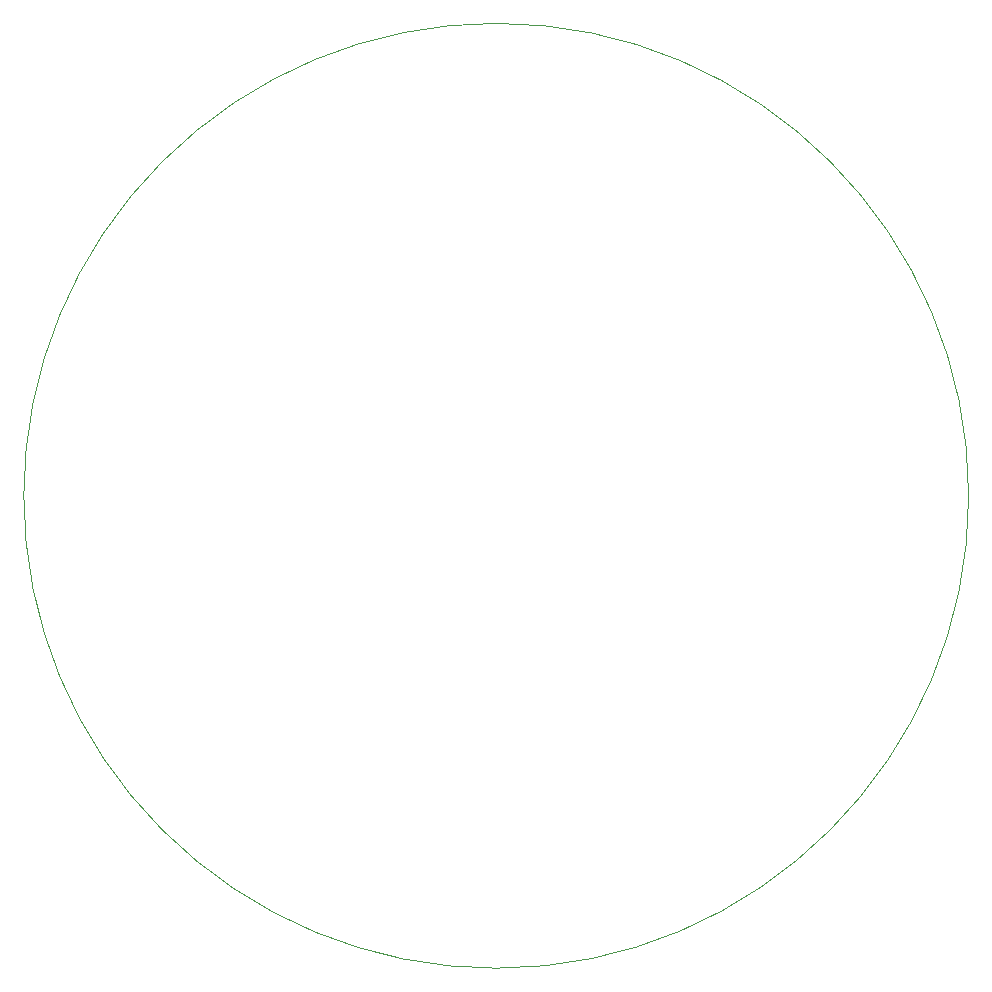
<source format=gbr>
%TF.GenerationSoftware,Altium Limited,Altium Designer,18.1.6 (161)*%
G04 Layer_Color=0*
%FSLAX25Y25*%
%MOIN*%
%TF.FileFunction,Profile,NP*%
%TF.Part,Single*%
G01*
G75*
%TA.AperFunction,Profile*%
%ADD84C,0.00100*%
D84*
X314961Y157480D02*
G02*
X157480Y314961I0J157480D01*
G01*
D02*
G02*
X314961Y472441I157480J0D01*
G01*
D02*
G02*
X472441Y314961I0J-157480D01*
G01*
D02*
G02*
X314961Y157480I-157480J0D01*
G01*
%TF.MD5,d0846ce9b772f8164f61e0e110333221*%
M02*

</source>
